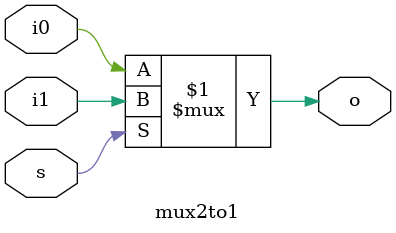
<source format=v>
`timescale 1ns / 1ps
module mux2to1(i0, i1, s, o);
input i0;
input i1;
input s;
output o;
assign o=s?i1:i0;
endmodule

</source>
